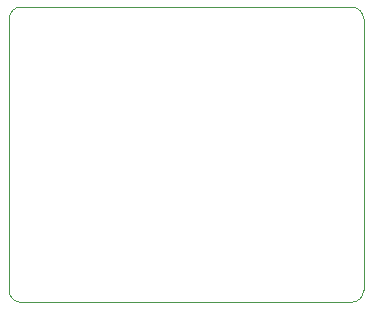
<source format=gm1>
G04 #@! TF.GenerationSoftware,KiCad,Pcbnew,(5.1.2)-1*
G04 #@! TF.CreationDate,2025-02-08T22:23:42+09:00*
G04 #@! TF.ProjectId,ss,73732e6b-6963-4616-945f-706362585858,rev?*
G04 #@! TF.SameCoordinates,Original*
G04 #@! TF.FileFunction,Profile,NP*
%FSLAX46Y46*%
G04 Gerber Fmt 4.6, Leading zero omitted, Abs format (unit mm)*
G04 Created by KiCad (PCBNEW (5.1.2)-1) date 2025-02-08 22:23:42*
%MOMM*%
%LPD*%
G04 APERTURE LIST*
%ADD10C,0.050000*%
G04 APERTURE END LIST*
D10*
X101000000Y-100000000D02*
G75*
G02X100000000Y-99000000I0J1000000D01*
G01*
X130000000Y-99000000D02*
G75*
G02X129000000Y-100000000I-1000000J0D01*
G01*
X129000000Y-75000000D02*
G75*
G02X130000000Y-76000000I0J-1000000D01*
G01*
X100000000Y-76000000D02*
G75*
G02X101000000Y-75000000I1000000J0D01*
G01*
X129000000Y-100000000D02*
X101000000Y-100000000D01*
X130000000Y-76000000D02*
X130000000Y-99000000D01*
X101000000Y-75000000D02*
X129000000Y-75000000D01*
X100000000Y-80000000D02*
X100000000Y-76000000D01*
X100000000Y-99000000D02*
X100000000Y-80000000D01*
M02*

</source>
